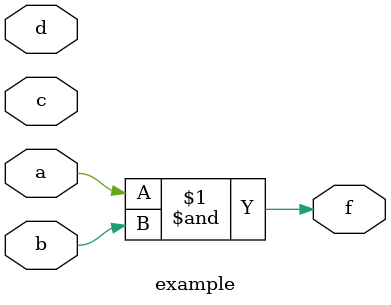
<source format=v>
module example (
    a, b, c, d,
    f );
  input  a, b, c, d;
  output f;
  assign f = (a & b);
endmodule



</source>
